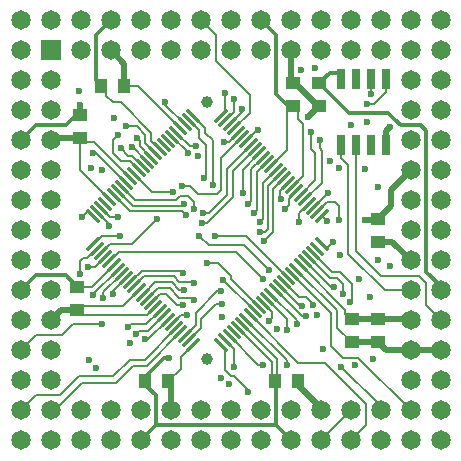
<source format=gtl>
G04 Layer_Physical_Order=1*
G04 Layer_Color=255*
%FSLAX44Y44*%
%MOMM*%
G71*
G01*
G75*
%ADD10R,1.3000X1.0000*%
%ADD11R,1.0000X1.3000*%
%ADD12R,0.6500X1.7500*%
G04:AMPARAMS|DCode=13|XSize=1.5mm|YSize=0.3mm|CornerRadius=0mm|HoleSize=0mm|Usage=FLASHONLY|Rotation=45.000|XOffset=0mm|YOffset=0mm|HoleType=Round|Shape=Rectangle|*
%AMROTATEDRECTD13*
4,1,4,-0.4243,-0.6364,-0.6364,-0.4243,0.4243,0.6364,0.6364,0.4243,-0.4243,-0.6364,0.0*
%
%ADD13ROTATEDRECTD13*%

G04:AMPARAMS|DCode=14|XSize=1.5mm|YSize=0.3mm|CornerRadius=0mm|HoleSize=0mm|Usage=FLASHONLY|Rotation=135.000|XOffset=0mm|YOffset=0mm|HoleType=Round|Shape=Rectangle|*
%AMROTATEDRECTD14*
4,1,4,0.6364,-0.4243,0.4243,-0.6364,-0.6364,0.4243,-0.4243,0.6364,0.6364,-0.4243,0.0*
%
%ADD14ROTATEDRECTD14*%

%ADD15C,1.0000*%
%ADD16C,0.5000*%
%ADD17C,0.2000*%
%ADD18C,0.3000*%
%ADD19C,1.6510*%
%ADD20R,1.6510X1.6510*%
%ADD21C,0.6000*%
D10*
X-130000Y-67250D02*
D03*
Y-47750D02*
D03*
X125000Y-94750D02*
D03*
Y-75250D02*
D03*
X102500D02*
D03*
Y-94750D02*
D03*
X125000Y-9750D02*
D03*
Y9750D02*
D03*
X75000Y124750D02*
D03*
Y105250D02*
D03*
X52500Y124750D02*
D03*
Y105250D02*
D03*
X-127500Y97250D02*
D03*
Y77750D02*
D03*
D11*
X-72250Y-127500D02*
D03*
X-52750D02*
D03*
X57250D02*
D03*
X37750D02*
D03*
X-109750Y122500D02*
D03*
X-90250D02*
D03*
D12*
X93450Y72000D02*
D03*
X131550Y128000D02*
D03*
X118850D02*
D03*
X106150D02*
D03*
X93450D02*
D03*
X131550Y72000D02*
D03*
X118850D02*
D03*
X106150D02*
D03*
D13*
X-116874Y-12020D02*
D03*
X-113338Y-15556D02*
D03*
X-109802Y-19091D02*
D03*
X-106267Y-22627D02*
D03*
X-102731Y-26163D02*
D03*
X-99196Y-29698D02*
D03*
X-95660Y-33234D02*
D03*
X-92125Y-36769D02*
D03*
X-88589Y-40305D02*
D03*
X-85054Y-43841D02*
D03*
X-81518Y-47376D02*
D03*
X-77983Y-50911D02*
D03*
X-74447Y-54447D02*
D03*
X-70911Y-57982D02*
D03*
X-67376Y-61518D02*
D03*
X-63840Y-65054D02*
D03*
X-60305Y-68589D02*
D03*
X-56770Y-72125D02*
D03*
X-53234Y-75660D02*
D03*
X-49698Y-79196D02*
D03*
X-46163Y-82732D02*
D03*
X-42628Y-86267D02*
D03*
X-39092Y-89802D02*
D03*
X-35556Y-93338D02*
D03*
X-32020Y-96874D02*
D03*
X76873Y12021D02*
D03*
X73338Y15556D02*
D03*
X69803Y19092D02*
D03*
X66267Y22628D02*
D03*
X62732Y26163D02*
D03*
X59195Y29699D02*
D03*
X55660Y33234D02*
D03*
X52125Y36769D02*
D03*
X48590Y40305D02*
D03*
X45054Y43841D02*
D03*
X41518Y47376D02*
D03*
X37982Y50912D02*
D03*
X34447Y54447D02*
D03*
X30912Y57983D02*
D03*
X27376Y61518D02*
D03*
X23841Y65054D02*
D03*
X20305Y68589D02*
D03*
X16769Y72125D02*
D03*
X13234Y75660D02*
D03*
X9699Y79196D02*
D03*
X6163Y82731D02*
D03*
X2627Y86267D02*
D03*
X-909Y89803D02*
D03*
X-4444Y93338D02*
D03*
X-7979Y96874D02*
D03*
D14*
Y-96874D02*
D03*
X-4444Y-93337D02*
D03*
X-909Y-89802D02*
D03*
X2627Y-86267D02*
D03*
X6163Y-82732D02*
D03*
X9699Y-79196D02*
D03*
X13234Y-75660D02*
D03*
X16769Y-72125D02*
D03*
X20305Y-68589D02*
D03*
X23841Y-65054D02*
D03*
X27376Y-61518D02*
D03*
X30912Y-57982D02*
D03*
X34447Y-54447D02*
D03*
X37982Y-50911D02*
D03*
X41518Y-47376D02*
D03*
X45054Y-43841D02*
D03*
X48589Y-40305D02*
D03*
X52125Y-36769D02*
D03*
X55660Y-33234D02*
D03*
X59195Y-29698D02*
D03*
X62732Y-26163D02*
D03*
X66267Y-22627D02*
D03*
X69803Y-19091D02*
D03*
X73338Y-15556D02*
D03*
X76873Y-12020D02*
D03*
X-32020Y96874D02*
D03*
X-35556Y93338D02*
D03*
X-39092Y89803D02*
D03*
X-42628Y86267D02*
D03*
X-46163Y82732D02*
D03*
X-49698Y79196D02*
D03*
X-53234Y75660D02*
D03*
X-56770Y72125D02*
D03*
X-60305Y68589D02*
D03*
X-63840Y65054D02*
D03*
X-67376Y61518D02*
D03*
X-70911Y57983D02*
D03*
X-74447Y54447D02*
D03*
X-77983Y50912D02*
D03*
X-81518Y47376D02*
D03*
X-85054Y43841D02*
D03*
X-88589Y40305D02*
D03*
X-92125Y36769D02*
D03*
X-95661Y33234D02*
D03*
X-99196Y29699D02*
D03*
X-102732Y26163D02*
D03*
X-106267Y22628D02*
D03*
X-109802Y19092D02*
D03*
X-113338Y15556D02*
D03*
X-116874Y12021D02*
D03*
D15*
X-20000Y108894D02*
D03*
Y-108894D02*
D03*
D16*
X73500Y104000D02*
Y105250D01*
X131850Y-101600D02*
X177800D01*
X131550Y84050D02*
X135000Y87500D01*
X131550Y72000D02*
Y84050D01*
X-150850Y77750D02*
X-127500D01*
X-152400Y76200D02*
X-150850Y77750D01*
X-101600Y152400D02*
X-90250Y141050D01*
Y122500D02*
Y141050D01*
X135750Y34150D02*
X152400Y50800D01*
X135750Y20500D02*
Y34150D01*
X125000Y9750D02*
X135750Y20500D01*
X125000Y-94750D02*
X131850Y-101600D01*
X102500Y-94750D02*
X125000D01*
X151450Y-75250D02*
X152400Y-76200D01*
X102500Y-75250D02*
X125000D01*
X151450D01*
X-50800Y-152400D02*
Y-129450D01*
X-52750Y-127500D02*
X-50800Y-129450D01*
X-143450Y-67250D02*
X-130000D01*
X-152400Y-76200D02*
X-143450Y-67250D01*
X50800Y126450D02*
Y152400D01*
Y126450D02*
X52500Y124750D01*
X54000D01*
X73500Y105250D01*
X75000D01*
X-127500Y97250D02*
Y106250D01*
X131550Y72000D02*
X131750Y72200D01*
X65750Y96250D02*
X73500Y104000D01*
X113500Y9000D02*
X124250D01*
X125000Y9750D01*
Y-9750D02*
X136750D01*
X152400Y-25400D01*
X57250Y-131250D02*
Y-127500D01*
Y-131250D02*
X76200Y-150200D01*
Y-152400D02*
Y-150200D01*
D17*
X13375Y75660D02*
Y75943D01*
X-130000Y-64500D02*
X-91571D01*
X-125750Y11500D02*
X-121052Y16198D01*
X52125Y-36769D02*
X85000Y-69644D01*
X127250Y-38500D02*
X159000D01*
X106150Y-17400D02*
X127250Y-38500D01*
X106150Y-17400D02*
Y72000D01*
X69500Y-63500D02*
Y-62250D01*
X64000Y-56750D02*
X69500Y-62250D01*
X57963Y-56750D02*
X64000D01*
X45054Y-43841D02*
X57963Y-56750D01*
X58392Y-64250D02*
X60750D01*
X41518Y-47376D02*
X58392Y-64250D01*
X-152400Y-152400D02*
X-149150D01*
X-177800D02*
X-165150Y-139750D01*
X-80250Y-87750D02*
X-77750Y-85250D01*
X-87000Y-82000D02*
X-84750Y-79750D01*
X-101960Y11250D02*
X-95500D01*
X-85497Y16000D02*
X-41500D01*
X-99196Y29699D02*
X-85497Y16000D01*
X-41250Y20750D02*
X-39750Y22250D01*
X-42750Y28750D02*
X-36500D01*
X-83177Y20750D02*
X-41250D01*
X-95661Y33234D02*
X-83177Y20750D01*
X-80856Y25500D02*
X-46000D01*
X-92125Y36769D02*
X-80856Y25500D01*
X-46000D02*
X-42750Y28750D01*
X-36500D02*
X-31500Y23750D01*
X-99500Y-53750D02*
Y-51357D01*
X-107750Y-52394D02*
X-92125Y-36769D01*
X-107750Y-57750D02*
Y-52394D01*
X-116250Y-53824D02*
X-95660Y-33234D01*
X-117248Y-47750D02*
X-99196Y-29698D01*
X-116250Y-55000D02*
Y-53824D01*
X-72750Y-92250D02*
X-69824D01*
X-130000Y-47750D02*
X-117248D01*
X-69824Y-92250D02*
X-53234Y-75660D01*
X-69895Y-85250D02*
X-56770Y-72125D01*
X-77750Y-85250D02*
X-69895D01*
X-71466Y-79750D02*
X-60305Y-68589D01*
X-84750Y-79750D02*
X-71466D01*
X-70787Y-72000D02*
X-63840Y-65054D01*
X-125250Y-72000D02*
X-70787D01*
X-49698Y-79196D02*
X-42252Y-71750D01*
X-133750Y-79500D02*
X-108750D01*
X-143250Y-89000D02*
X-133750Y-79500D01*
X-165200Y-89000D02*
X-143250D01*
X-177800Y-101600D02*
X-165200Y-89000D01*
X77000Y40431D02*
Y67500D01*
X75250Y69250D02*
X77000Y67500D01*
X75250Y69250D02*
Y76000D01*
X71750Y42253D02*
Y65000D01*
X68250Y68500D02*
X71750Y65000D01*
X68250Y68500D02*
Y83500D01*
X-27000Y78250D02*
X-21000Y72250D01*
Y45750D02*
Y72250D01*
X-22500Y44250D02*
X-21000Y45750D01*
X-34681Y71250D02*
X-29250D01*
X-46163Y82732D02*
X-34681Y71250D01*
X-23250Y15000D02*
X-18250D01*
X22432Y85000D02*
X22750D01*
X13375Y75943D02*
X22432Y85000D01*
X13234Y75660D02*
X13375D01*
X1750Y50034D02*
X20305Y68589D01*
X1750Y27750D02*
Y50034D01*
X-20000Y6000D02*
X1750Y27750D01*
X-24500Y6000D02*
X-20000D01*
X-18250Y15000D02*
X-3250Y30000D01*
X-11750Y30500D02*
X-8500Y33750D01*
X-27750Y30500D02*
X-11750D01*
X-34500Y37250D02*
X-27750Y30500D01*
X-41500Y37250D02*
X-34500D01*
X-3250Y30000D02*
Y52105D01*
X16769Y72125D01*
X-8500Y60856D02*
X9699Y79054D01*
X-8500Y33750D02*
Y60856D01*
X25000Y-1250D02*
X29000D01*
X10000Y31250D02*
Y51213D01*
X23841Y65054D01*
X9699Y79054D02*
Y79196D01*
X-5750Y74750D02*
X-1818D01*
X6163Y82731D01*
X9500Y100211D02*
Y103000D01*
X-909Y89803D02*
X9500Y100211D01*
X-12500Y143000D02*
X15900Y114600D01*
X2627Y86267D02*
X15900Y99540D01*
Y114600D01*
X94750Y-107750D02*
X107750D01*
X152400Y-152400D01*
X2750Y-115500D02*
Y-100531D01*
X-4444Y-93337D02*
X2750Y-100531D01*
X23289Y-114000D02*
X27500D01*
X-909Y-89802D02*
X23289Y-114000D01*
X76200Y-177800D02*
X101600Y-152400D01*
X127000D02*
Y-149000D01*
X93500Y-115500D02*
X127000Y-149000D01*
X47750Y-113750D02*
Y-110176D01*
X13234Y-75660D02*
X47750Y-110176D01*
X16769Y-72125D02*
X56895Y-112250D01*
X80000D01*
X114500Y-146750D01*
Y-164900D02*
Y-146750D01*
X101600Y-177800D02*
X114500Y-164900D01*
X-31500Y18250D02*
Y23750D01*
X-41500Y16000D02*
X-38250Y12750D01*
X-83500Y70250D02*
X-83178D01*
X-83250Y63250D02*
X-74447Y54447D01*
X-87250Y63250D02*
X-83250D01*
X-93250Y69250D02*
X-87250Y63250D01*
X-85571Y58500D02*
X-77983Y50912D01*
X-92750Y58500D02*
X-85571D01*
X-99750Y65500D02*
X-92750Y58500D01*
X-79500Y78000D02*
X-77000Y75500D01*
Y71142D02*
Y75500D01*
Y71142D02*
X-67376Y61518D01*
X-89000Y88000D02*
X-79500D01*
X-72250Y73463D02*
X-63840Y65054D01*
X-72250Y73463D02*
Y80750D01*
X-79500Y88000D02*
X-72250Y80750D01*
X-92750Y108250D02*
X-67250Y82750D01*
X-99966Y108250D02*
X-92750D01*
X-105750Y114034D02*
X-99966Y108250D01*
X-67250Y75534D02*
Y82750D01*
Y75534D02*
X-60305Y68589D01*
X-83178Y70250D02*
X-70911Y57983D01*
X-99750Y76000D02*
X-95500Y80250D01*
X-99750Y65500D02*
Y76000D01*
X-66393Y32250D02*
X-49250D01*
X-81518Y47376D02*
X-66393Y32250D01*
X-99500Y-51357D02*
X-88589Y-40447D01*
Y-40305D01*
X-115141Y-31502D02*
X-106267Y-22627D01*
X28250Y-9500D02*
X36000Y-1750D01*
X49250Y21000D02*
Y26823D01*
X41500Y27250D02*
X42500Y26250D01*
X41500Y27250D02*
Y33215D01*
X36000Y34787D02*
X45054Y43841D01*
X36000Y-1750D02*
Y34787D01*
X29000Y-1250D02*
X31500Y1250D01*
Y37358D01*
X41518Y47376D01*
X27000Y39929D02*
X37982Y50912D01*
X27000Y9250D02*
Y39929D01*
X25000Y7250D02*
X27000Y9250D01*
X17500Y25000D02*
Y51642D01*
X14750Y22250D02*
X17500Y25000D01*
Y51642D02*
X27376Y61518D01*
X22250Y17250D02*
Y49321D01*
X20001Y15001D02*
X22250Y17250D01*
Y49321D02*
X30912Y57983D01*
X41500Y33215D02*
X48590Y40305D01*
X49250Y26823D02*
X55660Y33234D01*
X-20250Y-27750D02*
X-10500D01*
X250Y-38500D01*
Y-41463D02*
Y-38500D01*
Y-41463D02*
X23841Y-65054D01*
X-55750Y106461D02*
Y108750D01*
X-27000Y78250D02*
Y84782D01*
X-21500Y82750D02*
Y86354D01*
Y82750D02*
X-15000Y76250D01*
Y38250D02*
Y76250D01*
X-36500Y65000D02*
Y65998D01*
X-13750Y-4750D02*
X13034D01*
X48589Y-40305D01*
X-32020Y96874D02*
X-21500Y86354D01*
X-35556Y93338D02*
X-27000Y84782D01*
X-49698Y79196D02*
X-36500Y65998D01*
X-127500Y50931D02*
Y77750D01*
Y50931D02*
X-102732Y26163D01*
X-127500Y77750D02*
X-124250Y74500D01*
X-115713D01*
X-90250Y122500D02*
X-78861D01*
X-42628Y86267D01*
X34447Y54447D02*
X47750Y67750D01*
Y100500D01*
X52500Y105250D01*
X52125Y36769D02*
X61250Y45895D01*
Y90000D01*
X57250Y94000D02*
X61250Y90000D01*
X57250Y94000D02*
Y100500D01*
X52500Y105250D02*
X57250Y100500D01*
X6163Y-82732D02*
X35250Y-111819D01*
Y-125000D02*
Y-111819D01*
Y-125000D02*
X37750Y-127500D01*
X9699Y-79196D02*
X39500Y-108997D01*
Y-125750D02*
Y-108997D01*
X37750Y-127500D02*
X39500Y-125750D01*
X101000Y-75250D02*
X102500D01*
X97000Y-71250D02*
X101000Y-75250D01*
X97000Y-71250D02*
Y-67503D01*
X59195Y-29698D02*
X97000Y-67503D01*
X55660Y-33233D02*
X90250Y-67824D01*
Y-82500D02*
X102500Y-94750D01*
X90250Y-82500D02*
Y-67824D01*
X-91571Y-64500D02*
X-77983Y-50911D01*
X-130000Y-67250D02*
Y-64500D01*
Y-67250D02*
X-125250Y-72000D01*
X-105750Y114034D02*
Y118500D01*
X-109750Y122500D02*
X-105750Y118500D01*
X-55750Y106461D02*
X-39092Y89803D01*
X76873Y12021D02*
X81394Y7500D01*
X81500D01*
X-121052Y16198D02*
X-116874Y12021D01*
X-109802Y19092D02*
X-101960Y11250D01*
X-113338Y15556D02*
Y15556D01*
Y15556D02*
X-103500Y5718D01*
Y4000D02*
Y5718D01*
X92000Y9000D02*
Y20250D01*
X88250Y24000D02*
X92000Y20250D01*
X165250Y-63650D02*
X177800Y-76200D01*
X165250Y-63650D02*
Y-44750D01*
X93450Y61300D02*
X99250Y55500D01*
X93450Y61300D02*
Y72000D01*
X159000Y-38500D02*
X165250Y-44750D01*
X76873Y-12020D02*
X80801Y-15948D01*
X86500Y-10250D01*
X58000Y14361D02*
X66267Y22628D01*
X58000Y6750D02*
Y14361D01*
X62732Y26163D02*
X77000Y40431D01*
X59195Y29699D02*
X71750Y42253D01*
X-115713Y74500D02*
X-85054Y43841D01*
X-116500Y65500D02*
X-113784D01*
X-88589Y40305D01*
X-12500Y143000D02*
Y164900D01*
X-25400Y177800D02*
X-12500Y164900D01*
X-7979Y96874D02*
X-4500Y100353D01*
Y115750D01*
X-5250Y116500D02*
X-4500Y115750D01*
X-4444Y93338D02*
X2750Y100532D01*
Y111250D01*
X118850Y128000D02*
X119750Y127100D01*
X131500Y127950D02*
X131550Y128000D01*
X73338Y15556D02*
X81781Y24000D01*
X88250D01*
X69803Y19092D02*
X82421Y31711D01*
X-6500Y-42000D02*
X-6284D01*
X20305Y-68589D01*
X-39092Y-89802D02*
X-29750Y-80461D01*
X-35556Y-93338D02*
X-25000Y-82781D01*
X-121006Y-31502D02*
X-115141D01*
X-121282Y-23500D02*
X-113338Y-15556D01*
X-125250Y-23500D02*
X-121282D01*
X-127750Y-26000D02*
X-125250Y-23500D01*
X-127750Y-37250D02*
Y-26000D01*
X-109802Y-19091D02*
X-102461Y-11750D01*
X-83500D01*
X-62500Y9250D01*
X-116874Y-12020D02*
X-109353Y-4500D01*
X-93500D01*
X-26750D02*
X-18500Y-12750D01*
X11500D01*
X32500Y-33750D01*
X-102731Y-26163D02*
X-94818Y-18250D01*
X4750D01*
X27500Y-41000D01*
X-67376Y-61518D02*
X-60107Y-54250D01*
X-55000D01*
X-45750Y-63500D01*
X-40750D01*
X-42252Y-71750D02*
X-41999Y-72003D01*
X-32900Y-57100D02*
X-31250Y-58750D01*
X-43650Y-57100D02*
X-32900D01*
X-51750Y-49000D02*
X-43650Y-57100D01*
X-61787Y-49000D02*
X-51750D01*
X-70769Y-57982D02*
X-61787Y-49000D01*
X-70911Y-57982D02*
X-70769D01*
X-74447Y-54447D02*
X-64000Y-44000D01*
X-50000D01*
X-43500Y-50500D01*
X-40000D01*
X-31500Y-43750D02*
X-31000Y-44250D01*
X-43500Y-43750D02*
X-31500D01*
X-48250Y-39000D02*
X-43500Y-43750D01*
X-73142Y-39000D02*
X-48250D01*
X-81518Y-47376D02*
X-73142Y-39000D01*
X-42500Y-34250D02*
X-40250Y-36500D01*
X-75463Y-34250D02*
X-42500D01*
X-85054Y-43841D02*
X-75463Y-34250D01*
X-25000Y-82781D02*
Y-75000D01*
X-29750Y-80461D02*
Y-69750D01*
X-41999Y-72003D02*
X-37002D01*
X-29750Y-69750D02*
X-11500Y-51500D01*
X-8375D01*
X-25000Y-75000D02*
X-12250Y-62250D01*
X-7750D01*
X-7979Y-96874D02*
X-4500Y-100353D01*
Y-118500D02*
Y-100353D01*
Y-118500D02*
X0Y-123000D01*
X2750D01*
X14750Y-135000D01*
Y-137000D02*
Y-135000D01*
X62732Y-26163D02*
X84569Y-48000D01*
X87250D01*
X66267Y-22627D02*
X84140Y-40500D01*
X90250D01*
X95250Y-45500D01*
Y-54250D02*
Y-45500D01*
X99250Y-19750D02*
Y55500D01*
Y-19750D02*
X130300Y-50800D01*
X152400D01*
X69803Y-19091D02*
X85961Y-35250D01*
X92750D01*
X102750Y-45250D01*
Y-59500D02*
Y-45250D01*
X101250Y-61000D02*
X102750Y-59500D01*
X-52750Y-127500D02*
X-42500Y-117250D01*
Y-107353D01*
X-32020Y-96874D01*
X-71111Y-114750D02*
X-42628Y-86267D01*
X-72931Y-109500D02*
X-46163Y-82732D01*
X-82500Y-114750D02*
X-71111D01*
X-99750Y-123750D02*
X-85500Y-109500D01*
X-72931D01*
X-149150Y-152400D02*
X-126000Y-129250D01*
X-97000D01*
X-82500Y-114750D01*
X-165150Y-139750D02*
X-144250D01*
X-128250Y-123750D01*
X-99750D01*
X131550Y116800D02*
Y128000D01*
X46250Y18000D02*
X49250Y21000D01*
X118850Y115600D02*
Y128000D01*
X118500Y115250D02*
X118850Y115600D01*
X121500Y106750D02*
X131550Y116800D01*
X115500Y106750D02*
X121500D01*
X27376Y-61518D02*
X35000Y-69142D01*
Y-74500D02*
Y-69142D01*
X32500Y-77000D02*
X35000Y-74500D01*
X30912Y-57982D02*
X48000Y-75071D01*
Y-84750D02*
Y-75071D01*
X34447Y-54447D02*
X56250Y-76250D01*
Y-79750D02*
Y-76250D01*
X37982Y-50911D02*
X60071Y-73000D01*
X64000D01*
X85000Y-98000D02*
X94750Y-107750D01*
X85000Y-98000D02*
Y-69644D01*
D18*
X83750Y133500D02*
X93450D01*
X25400Y177800D02*
X38250Y164949D01*
Y115250D02*
Y164949D01*
Y115250D02*
X48250Y105250D01*
X52500D01*
X38250Y-165250D02*
X50800Y-177800D01*
X38250Y-165250D02*
Y-128000D01*
X37750Y-127500D02*
X38250Y-128000D01*
X-76200Y-177800D02*
X-63500Y-165100D01*
X-72250Y-130750D02*
Y-127500D01*
Y-130750D02*
X-63500Y-139500D01*
Y-165100D02*
Y-139500D01*
X-177800Y-50800D02*
X-165250Y-38250D01*
X-139500D01*
X-130000Y-47750D01*
X-177800Y76200D02*
X-165250Y88750D01*
X-139250D01*
X-130750Y97250D01*
X-127500D01*
X-114250Y165150D02*
X-101600Y177800D01*
X-114250Y127000D02*
Y165150D01*
Y127000D02*
X-109750Y122500D01*
X177800Y-50800D02*
Y-47550D01*
X165250Y-35000D02*
X177800Y-47550D01*
X165250Y-35000D02*
Y84250D01*
X160750Y88750D02*
X165250Y84250D01*
X144250Y88750D02*
X160750D01*
X75000Y124750D02*
X83750Y133500D01*
X93450Y128000D02*
Y133500D01*
X139250Y93750D02*
X144250Y88750D01*
X-63500Y-165100D02*
X38100D01*
X38250Y-165250D01*
X-72250Y-127500D02*
Y-124000D01*
X-56750Y-108500D01*
X-52250D01*
X75000Y124750D02*
X100250Y99500D01*
X133500D02*
X139250Y93750D01*
X100250Y99500D02*
X133500D01*
D19*
X177800Y-177800D02*
D03*
Y-152400D02*
D03*
Y-127000D02*
D03*
Y-101600D02*
D03*
Y-76200D02*
D03*
Y-50800D02*
D03*
Y-25400D02*
D03*
Y0D02*
D03*
Y25400D02*
D03*
Y50800D02*
D03*
Y76200D02*
D03*
Y101600D02*
D03*
Y127000D02*
D03*
Y152400D02*
D03*
Y177800D02*
D03*
X152400Y-177800D02*
D03*
Y-127000D02*
D03*
Y-101600D02*
D03*
Y-76200D02*
D03*
Y-50800D02*
D03*
Y-25400D02*
D03*
Y0D02*
D03*
Y25400D02*
D03*
Y50800D02*
D03*
Y76200D02*
D03*
Y101600D02*
D03*
Y127000D02*
D03*
Y177800D02*
D03*
X127000Y-177800D02*
D03*
Y-152400D02*
D03*
Y152400D02*
D03*
Y177800D02*
D03*
X101600Y-177800D02*
D03*
Y-152400D02*
D03*
Y152400D02*
D03*
Y177800D02*
D03*
X76200Y-177800D02*
D03*
Y-152400D02*
D03*
Y152400D02*
D03*
Y177800D02*
D03*
X50800Y-177800D02*
D03*
Y-152400D02*
D03*
Y152400D02*
D03*
Y177800D02*
D03*
X25400Y-177800D02*
D03*
Y-152400D02*
D03*
Y152400D02*
D03*
Y177800D02*
D03*
X0Y-177800D02*
D03*
Y-152400D02*
D03*
Y152400D02*
D03*
Y177800D02*
D03*
X-25400Y-177800D02*
D03*
Y-152400D02*
D03*
Y152400D02*
D03*
Y177800D02*
D03*
X-50800Y-177800D02*
D03*
Y-152400D02*
D03*
Y152400D02*
D03*
Y177800D02*
D03*
X-76200Y-177800D02*
D03*
Y-152400D02*
D03*
Y152400D02*
D03*
Y177800D02*
D03*
X-101600Y-177800D02*
D03*
Y-152400D02*
D03*
Y152400D02*
D03*
Y177800D02*
D03*
X-127000Y-177800D02*
D03*
Y-152400D02*
D03*
Y152400D02*
D03*
Y177800D02*
D03*
X-152400Y-177800D02*
D03*
Y-127000D02*
D03*
Y-101600D02*
D03*
Y-76200D02*
D03*
Y-50800D02*
D03*
Y-25400D02*
D03*
Y0D02*
D03*
Y25400D02*
D03*
Y50800D02*
D03*
Y76200D02*
D03*
Y101600D02*
D03*
Y127000D02*
D03*
Y177800D02*
D03*
X-177800Y-177800D02*
D03*
Y-152400D02*
D03*
Y-127000D02*
D03*
Y-101600D02*
D03*
Y-76200D02*
D03*
Y-50800D02*
D03*
Y-25400D02*
D03*
Y0D02*
D03*
Y25400D02*
D03*
Y50800D02*
D03*
Y76200D02*
D03*
Y101600D02*
D03*
Y127000D02*
D03*
Y152400D02*
D03*
Y177800D02*
D03*
X-152400Y-152400D02*
D03*
X152400D02*
D03*
Y152400D02*
D03*
D20*
X-152400D02*
D03*
D21*
X-7250Y-73750D02*
D03*
X92500Y-21000D02*
D03*
X120250Y-109250D02*
D03*
X118000Y-56250D02*
D03*
X77750Y-100500D02*
D03*
X124500Y-25250D02*
D03*
X69500Y-63500D02*
D03*
X125000Y36500D02*
D03*
X-80250Y-87750D02*
D03*
X-87000Y-82000D02*
D03*
X-95500Y11250D02*
D03*
X-39750Y22250D02*
D03*
X-99500Y-53750D02*
D03*
X-107750Y-57750D02*
D03*
X-116250Y-55000D02*
D03*
X-72750Y-92250D02*
D03*
X-128500Y118000D02*
D03*
X-108750Y-79500D02*
D03*
X59250Y136000D02*
D03*
X71500Y137000D02*
D03*
X75250Y76000D02*
D03*
X68250Y83500D02*
D03*
X84250Y58250D02*
D03*
X-28000Y62750D02*
D03*
X-23250Y15000D02*
D03*
X-41500Y37250D02*
D03*
X25000Y-1250D02*
D03*
X10000Y31250D02*
D03*
X-24500Y6000D02*
D03*
X-5750Y74750D02*
D03*
X9500Y103000D02*
D03*
X105000Y-114500D02*
D03*
X2750Y-115500D02*
D03*
X27500Y-114000D02*
D03*
X93500Y-115500D02*
D03*
X47750Y-113750D02*
D03*
X-1250Y-130000D02*
D03*
X-8500Y-124750D02*
D03*
X-31500Y18250D02*
D03*
X-38250Y12750D02*
D03*
X-83500Y70250D02*
D03*
X-79500Y78000D02*
D03*
X-93250Y69250D02*
D03*
X-49250Y32250D02*
D03*
X-95500Y80250D02*
D03*
X-89000Y88000D02*
D03*
X-99250Y95000D02*
D03*
X28250Y-9500D02*
D03*
X14750Y22250D02*
D03*
X42500Y26250D02*
D03*
X20001Y15001D02*
D03*
X25000Y7250D02*
D03*
X-20250Y-27750D02*
D03*
X-29250Y71250D02*
D03*
X-36500Y65000D02*
D03*
X-13750Y-4750D02*
D03*
X-127500Y106250D02*
D03*
X-55750Y108750D02*
D03*
X22750Y85000D02*
D03*
X65750Y96250D02*
D03*
X81500Y7500D02*
D03*
X-125750Y11500D02*
D03*
X-103500Y4000D02*
D03*
X-62500Y9250D02*
D03*
X92000Y9000D02*
D03*
X86500Y-10250D02*
D03*
X113500Y9000D02*
D03*
X58000Y6750D02*
D03*
X113250Y52000D02*
D03*
X92000Y52750D02*
D03*
X-118500Y52500D02*
D03*
X-109250Y50750D02*
D03*
X-116500Y65500D02*
D03*
X101600Y89350D02*
D03*
X-5250Y116500D02*
D03*
X2750Y111250D02*
D03*
X118500Y115250D02*
D03*
X-22500Y44250D02*
D03*
X82421Y31711D02*
D03*
X-15000Y38250D02*
D03*
X-6500Y-42000D02*
D03*
X39000Y-84000D02*
D03*
X-127750Y-37250D02*
D03*
X-121006Y-31502D02*
D03*
X-93500Y-4500D02*
D03*
X-26750D02*
D03*
X32500Y-33750D02*
D03*
X134500Y-30500D02*
D03*
X27500Y-41000D02*
D03*
X-31000Y-44250D02*
D03*
X-40000Y-50500D02*
D03*
X-40750Y-63500D02*
D03*
X-31250Y-58750D02*
D03*
X-40250Y-36500D02*
D03*
X-37002Y-72003D02*
D03*
X-8375Y-51500D02*
D03*
X-7750Y-62250D02*
D03*
X14750Y-137000D02*
D03*
X-52250Y-108500D02*
D03*
X87250Y-48000D02*
D03*
X95250Y-54250D02*
D03*
X108750Y-41000D02*
D03*
X101250Y-61000D02*
D03*
X-120000Y-109500D02*
D03*
X-114250Y-117000D02*
D03*
X-85500Y-95250D02*
D03*
X73250Y-71750D02*
D03*
X60750Y-64250D02*
D03*
X64000Y-73000D02*
D03*
X56250Y-79750D02*
D03*
X48000Y-84750D02*
D03*
X46250Y18000D02*
D03*
X115500Y106750D02*
D03*
Y91500D02*
D03*
X135000Y87500D02*
D03*
X32500Y-77000D02*
D03*
M02*

</source>
